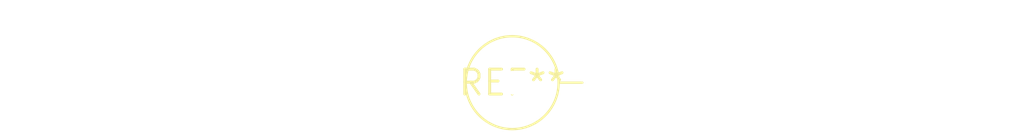
<source format=kicad_pcb>
(kicad_pcb (version 20240108) (generator pcbnew)
  (layers (0 "F.Cu" signal) (31 "B.Cu" signal) (34 "B.Paste" user) (35 "F.Paste" user) (36 "B.SilkS" user "B.Silkscreen") (37 "F.SilkS" user "F.Silkscreen") (38 "B.Mask" user) (39 "F.Mask" user) (44 "Edge.Cuts" user))
  (net 0 "")
  (footprint "R_Axial_DIN0414_L11.9mm_D4.5mm_P5.08mm_Vertical" (layer "F.Cu") (at 0 0)
    (property "Reference" "REF**")
    (property "Value" "R_Axial_DIN0414_L11.9mm_D4.5mm_P5.08mm_Vertical")
    (fp_line (start 2.37 0) (end 3.58 0) (layer "F.SilkS") (stroke (width 0.12)))
    (fp_circle (center 0 0) (end 2.37 0) (layer "F.SilkS") (stroke (width 0.12)) (fill none))
    (pad "1" thru_hole circle (at 0 0) (size 2.4 2.4) (drill 1.2) (layers *.Cu *.Mask) (remove_unused_layers))
    (pad "2" thru_hole oval (at 5.08 0) (size 2.4 2.4) (drill 1.2) (layers *.Cu *.Mask) (remove_unused_layers))
  )
)
</source>
